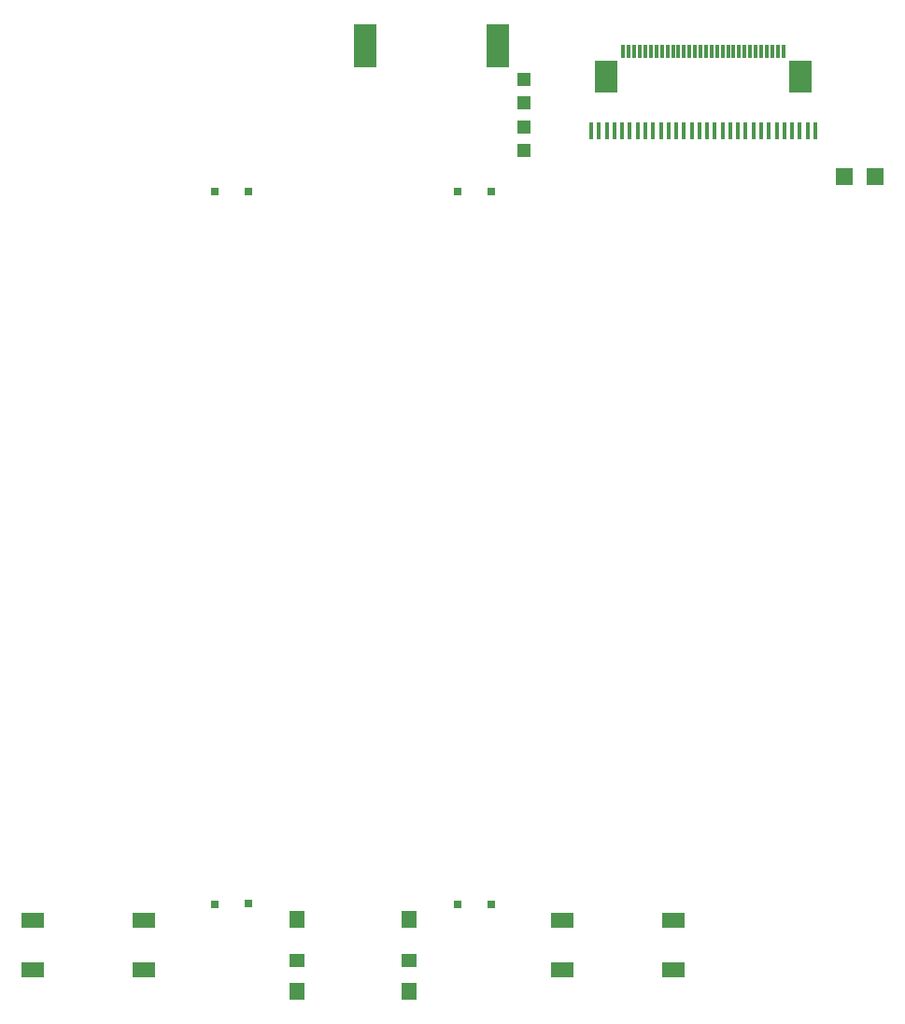
<source format=gbr>
G04 #@! TF.FileFunction,Paste,Top*
%FSLAX46Y46*%
G04 Gerber Fmt 4.6, Leading zero omitted, Abs format (unit mm)*
G04 Created by KiCad (PCBNEW 0.201604232031+6710~44~ubuntu14.04.1-product) date Wed 11 May 2016 03:38:49 PM CEST*
%MOMM*%
%LPD*%
G01*
G04 APERTURE LIST*
%ADD10C,0.100000*%
%ADD11R,1.400000X1.500000*%
%ADD12R,1.400000X1.300000*%
%ADD13R,0.300000X1.250000*%
%ADD14R,2.000000X3.000000*%
%ADD15R,0.700000X0.800000*%
%ADD16R,1.501140X1.501140*%
%ADD17R,1.198880X1.198880*%
%ADD18R,2.000000X4.000000*%
%ADD19R,0.350000X1.600000*%
%ADD20R,2.100000X1.400000*%
G04 APERTURE END LIST*
D10*
D11*
X94900000Y-133175000D03*
X105100000Y-133175000D03*
X94900000Y-139675000D03*
X105100000Y-139675000D03*
D12*
X94900000Y-136875000D03*
X105100000Y-136875000D03*
D13*
X139000000Y-54500000D03*
X137000000Y-54500000D03*
X137500000Y-54500000D03*
X138500000Y-54500000D03*
X138000000Y-54500000D03*
X136000000Y-54500000D03*
X136500000Y-54500000D03*
X135500000Y-54500000D03*
X135000000Y-54500000D03*
X132000000Y-54500000D03*
X132500000Y-54500000D03*
X133500000Y-54500000D03*
X133000000Y-54500000D03*
X134500000Y-54500000D03*
X134000000Y-54500000D03*
X126500000Y-54500000D03*
X127000000Y-54500000D03*
X125500000Y-54500000D03*
X126000000Y-54500000D03*
X125000000Y-54500000D03*
X124500000Y-54500000D03*
X127500000Y-54500000D03*
X128000000Y-54500000D03*
X129000000Y-54500000D03*
X128500000Y-54500000D03*
X130500000Y-54500000D03*
X131000000Y-54500000D03*
X130000000Y-54500000D03*
X129500000Y-54500000D03*
D14*
X122960000Y-56825000D03*
X140540000Y-56825000D03*
D13*
X131500000Y-54500000D03*
D15*
X109500000Y-131800000D03*
X112500000Y-131800000D03*
X87500000Y-131800000D03*
X90500000Y-131747000D03*
X90500000Y-67200000D03*
X87500000Y-67200000D03*
X112500000Y-67200000D03*
X109500000Y-67200000D03*
D16*
X147368000Y-65813000D03*
D17*
X115494000Y-61342980D03*
X115494000Y-63441020D03*
X115494000Y-57024980D03*
X115494000Y-59123020D03*
D18*
X113112000Y-54010000D03*
X101112000Y-54010000D03*
D19*
X121600000Y-61725000D03*
X122300000Y-61725000D03*
X123000000Y-61725000D03*
X123700000Y-61725000D03*
X124400000Y-61725000D03*
X125100000Y-61725000D03*
X125800000Y-61725000D03*
X126500000Y-61725000D03*
X127200000Y-61725000D03*
X127900000Y-61725000D03*
X128600000Y-61725000D03*
X129300000Y-61725000D03*
X130000000Y-61725000D03*
X130700000Y-61725000D03*
X131400000Y-61725000D03*
X141900000Y-61725000D03*
X141200000Y-61725000D03*
X140500000Y-61725000D03*
X139800000Y-61725000D03*
X139100000Y-61725000D03*
X138400000Y-61725000D03*
X137700000Y-61725000D03*
X137000000Y-61725000D03*
X136300000Y-61725000D03*
X135600000Y-61725000D03*
X134900000Y-61725000D03*
X134200000Y-61725000D03*
X133500000Y-61725000D03*
X132800000Y-61725000D03*
X132100000Y-61725000D03*
D20*
X71000000Y-137750000D03*
X71000000Y-133250000D03*
X81000000Y-137750000D03*
X81000000Y-133250000D03*
X119000000Y-137750000D03*
X119000000Y-133250000D03*
X129000000Y-137750000D03*
X129000000Y-133250000D03*
D16*
X144574000Y-65813000D03*
M02*

</source>
